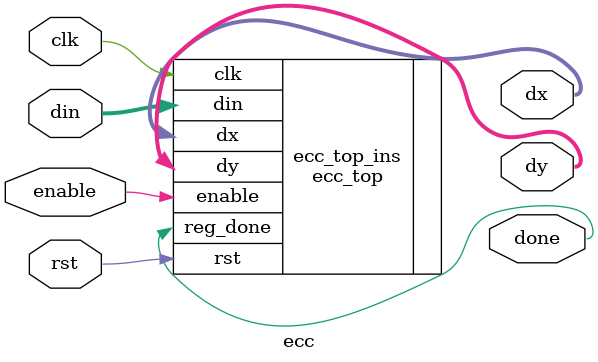
<source format=v>
module ecc(clk, rst, enable, din, dx, dy, done);
//ecc_top(clk, rst, enable, din, dx, dy, done);

input clk;
input rst;
input enable;
//input [162:0]k;
input [162:0]din;
output [162:0]dx;
output [162:0]dy;
output done;

ecc_top ecc_top_ins(.clk(clk), .rst(rst), .enable(enable), .reg_done(done),  .dx(dx), .dy(dy), .din(din));

endmodule

</source>
